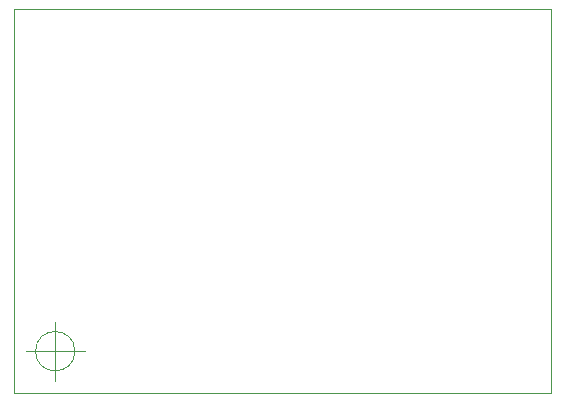
<source format=gbr>
G04 #@! TF.GenerationSoftware,KiCad,Pcbnew,5.1.10-88a1d61d58~90~ubuntu20.04.1*
G04 #@! TF.CreationDate,2022-01-16T12:27:32+00:00*
G04 #@! TF.ProjectId,gas_sensor,6761735f-7365-46e7-936f-722e6b696361,rev?*
G04 #@! TF.SameCoordinates,Original*
G04 #@! TF.FileFunction,Profile,NP*
%FSLAX46Y46*%
G04 Gerber Fmt 4.6, Leading zero omitted, Abs format (unit mm)*
G04 Created by KiCad (PCBNEW 5.1.10-88a1d61d58~90~ubuntu20.04.1) date 2022-01-16 12:27:32*
%MOMM*%
%LPD*%
G01*
G04 APERTURE LIST*
G04 #@! TA.AperFunction,Profile*
%ADD10C,0.050000*%
G04 #@! TD*
G04 APERTURE END LIST*
D10*
X129174666Y-115951000D02*
G75*
G03*
X129174666Y-115951000I-1666666J0D01*
G01*
X125008000Y-115951000D02*
X130008000Y-115951000D01*
X127508000Y-113451000D02*
X127508000Y-118451000D01*
X169500000Y-119500000D02*
X124000000Y-119500000D01*
X124000000Y-87000000D02*
X124000000Y-119500000D01*
X169500000Y-87000000D02*
X124000000Y-87000000D01*
X169500000Y-119500000D02*
X169500000Y-87000000D01*
M02*

</source>
